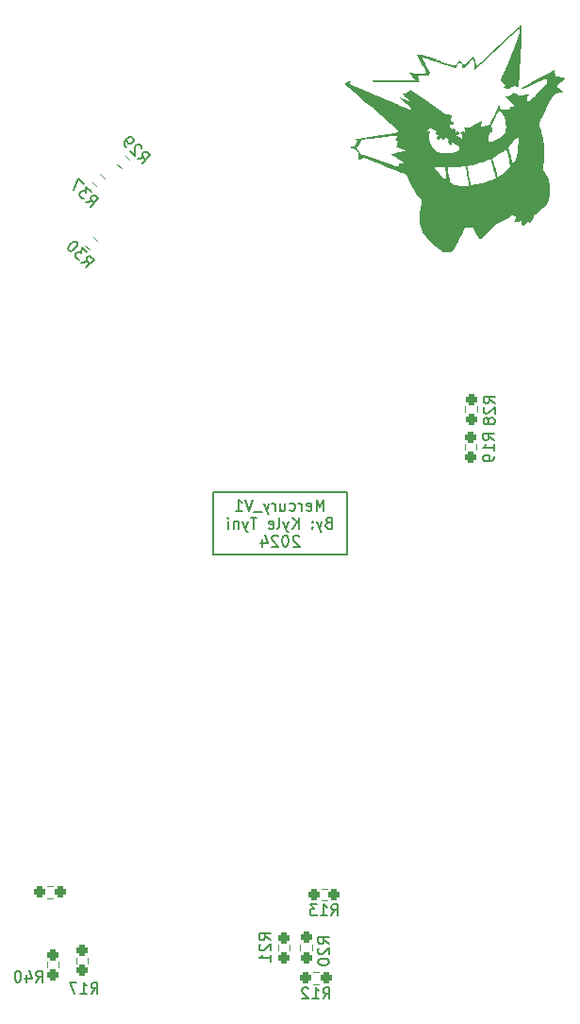
<source format=gbo>
%TF.GenerationSoftware,KiCad,Pcbnew,7.0.9*%
%TF.CreationDate,2024-01-15T17:26:04-08:00*%
%TF.ProjectId,mercury_2ir,6d657263-7572-4795-9f32-69722e6b6963,rev?*%
%TF.SameCoordinates,Original*%
%TF.FileFunction,Legend,Bot*%
%TF.FilePolarity,Positive*%
%FSLAX46Y46*%
G04 Gerber Fmt 4.6, Leading zero omitted, Abs format (unit mm)*
G04 Created by KiCad (PCBNEW 7.0.9) date 2024-01-15 17:26:04*
%MOMM*%
%LPD*%
G01*
G04 APERTURE LIST*
G04 Aperture macros list*
%AMRoundRect*
0 Rectangle with rounded corners*
0 $1 Rounding radius*
0 $2 $3 $4 $5 $6 $7 $8 $9 X,Y pos of 4 corners*
0 Add a 4 corners polygon primitive as box body*
4,1,4,$2,$3,$4,$5,$6,$7,$8,$9,$2,$3,0*
0 Add four circle primitives for the rounded corners*
1,1,$1+$1,$2,$3*
1,1,$1+$1,$4,$5*
1,1,$1+$1,$6,$7*
1,1,$1+$1,$8,$9*
0 Add four rect primitives between the rounded corners*
20,1,$1+$1,$2,$3,$4,$5,0*
20,1,$1+$1,$4,$5,$6,$7,0*
20,1,$1+$1,$6,$7,$8,$9,0*
20,1,$1+$1,$8,$9,$2,$3,0*%
%AMRotRect*
0 Rectangle, with rotation*
0 The origin of the aperture is its center*
0 $1 length*
0 $2 width*
0 $3 Rotation angle, in degrees counterclockwise*
0 Add horizontal line*
21,1,$1,$2,0,0,$3*%
G04 Aperture macros list end*
%ADD10C,0.150000*%
%ADD11C,0.300000*%
%ADD12C,0.120000*%
%ADD13C,0.700000*%
%ADD14O,0.900000X2.400000*%
%ADD15O,0.900000X1.700000*%
%ADD16R,1.700000X1.700000*%
%ADD17O,1.700000X1.700000*%
%ADD18R,1.600000X1.600000*%
%ADD19C,1.600000*%
%ADD20RoundRect,0.237500X-0.250000X-0.237500X0.250000X-0.237500X0.250000X0.237500X-0.250000X0.237500X0*%
%ADD21C,1.524000*%
%ADD22RotRect,1.600000X1.600000X50.000000*%
%ADD23C,2.184400*%
%ADD24RotRect,1.800000X1.800000X185.000000*%
%ADD25C,1.800000*%
%ADD26RotRect,1.800000X1.800000X175.000000*%
%ADD27RotRect,1.800000X1.800000X135.000000*%
%ADD28RotRect,1.800000X1.800000X45.000000*%
%ADD29RotRect,1.800000X1.800000X315.000000*%
%ADD30RotRect,1.800000X1.800000X355.000000*%
%ADD31RotRect,1.800000X1.800000X225.000000*%
%ADD32RoundRect,0.237500X-0.237500X0.250000X-0.237500X-0.250000X0.237500X-0.250000X0.237500X0.250000X0*%
%ADD33RoundRect,0.237500X0.250000X0.237500X-0.250000X0.237500X-0.250000X-0.237500X0.250000X-0.237500X0*%
%ADD34RoundRect,0.237500X0.237500X-0.250000X0.237500X0.250000X-0.237500X0.250000X-0.237500X-0.250000X0*%
%ADD35RoundRect,0.237500X0.344715X-0.008839X-0.008839X0.344715X-0.344715X0.008839X0.008839X-0.344715X0*%
%ADD36RoundRect,0.237500X-0.344715X0.008839X0.008839X-0.344715X0.344715X-0.008839X-0.008839X0.344715X0*%
G04 APERTURE END LIST*
D10*
X121000000Y-112000000D02*
X133000000Y-112000000D01*
X133000000Y-117625000D01*
X121000000Y-117625000D01*
X121000000Y-112000000D01*
X130928571Y-113649819D02*
X130928571Y-112649819D01*
X130928571Y-112649819D02*
X130595238Y-113364104D01*
X130595238Y-113364104D02*
X130261905Y-112649819D01*
X130261905Y-112649819D02*
X130261905Y-113649819D01*
X129404762Y-113602200D02*
X129500000Y-113649819D01*
X129500000Y-113649819D02*
X129690476Y-113649819D01*
X129690476Y-113649819D02*
X129785714Y-113602200D01*
X129785714Y-113602200D02*
X129833333Y-113506961D01*
X129833333Y-113506961D02*
X129833333Y-113126009D01*
X129833333Y-113126009D02*
X129785714Y-113030771D01*
X129785714Y-113030771D02*
X129690476Y-112983152D01*
X129690476Y-112983152D02*
X129500000Y-112983152D01*
X129500000Y-112983152D02*
X129404762Y-113030771D01*
X129404762Y-113030771D02*
X129357143Y-113126009D01*
X129357143Y-113126009D02*
X129357143Y-113221247D01*
X129357143Y-113221247D02*
X129833333Y-113316485D01*
X128928571Y-113649819D02*
X128928571Y-112983152D01*
X128928571Y-113173628D02*
X128880952Y-113078390D01*
X128880952Y-113078390D02*
X128833333Y-113030771D01*
X128833333Y-113030771D02*
X128738095Y-112983152D01*
X128738095Y-112983152D02*
X128642857Y-112983152D01*
X127880952Y-113602200D02*
X127976190Y-113649819D01*
X127976190Y-113649819D02*
X128166666Y-113649819D01*
X128166666Y-113649819D02*
X128261904Y-113602200D01*
X128261904Y-113602200D02*
X128309523Y-113554580D01*
X128309523Y-113554580D02*
X128357142Y-113459342D01*
X128357142Y-113459342D02*
X128357142Y-113173628D01*
X128357142Y-113173628D02*
X128309523Y-113078390D01*
X128309523Y-113078390D02*
X128261904Y-113030771D01*
X128261904Y-113030771D02*
X128166666Y-112983152D01*
X128166666Y-112983152D02*
X127976190Y-112983152D01*
X127976190Y-112983152D02*
X127880952Y-113030771D01*
X127023809Y-112983152D02*
X127023809Y-113649819D01*
X127452380Y-112983152D02*
X127452380Y-113506961D01*
X127452380Y-113506961D02*
X127404761Y-113602200D01*
X127404761Y-113602200D02*
X127309523Y-113649819D01*
X127309523Y-113649819D02*
X127166666Y-113649819D01*
X127166666Y-113649819D02*
X127071428Y-113602200D01*
X127071428Y-113602200D02*
X127023809Y-113554580D01*
X126547618Y-113649819D02*
X126547618Y-112983152D01*
X126547618Y-113173628D02*
X126499999Y-113078390D01*
X126499999Y-113078390D02*
X126452380Y-113030771D01*
X126452380Y-113030771D02*
X126357142Y-112983152D01*
X126357142Y-112983152D02*
X126261904Y-112983152D01*
X126023808Y-112983152D02*
X125785713Y-113649819D01*
X125547618Y-112983152D02*
X125785713Y-113649819D01*
X125785713Y-113649819D02*
X125880951Y-113887914D01*
X125880951Y-113887914D02*
X125928570Y-113935533D01*
X125928570Y-113935533D02*
X126023808Y-113983152D01*
X125404761Y-113745057D02*
X124642856Y-113745057D01*
X124547617Y-112649819D02*
X124214284Y-113649819D01*
X124214284Y-113649819D02*
X123880951Y-112649819D01*
X123023808Y-113649819D02*
X123595236Y-113649819D01*
X123309522Y-113649819D02*
X123309522Y-112649819D01*
X123309522Y-112649819D02*
X123404760Y-112792676D01*
X123404760Y-112792676D02*
X123499998Y-112887914D01*
X123499998Y-112887914D02*
X123595236Y-112935533D01*
X131333333Y-114736009D02*
X131190476Y-114783628D01*
X131190476Y-114783628D02*
X131142857Y-114831247D01*
X131142857Y-114831247D02*
X131095238Y-114926485D01*
X131095238Y-114926485D02*
X131095238Y-115069342D01*
X131095238Y-115069342D02*
X131142857Y-115164580D01*
X131142857Y-115164580D02*
X131190476Y-115212200D01*
X131190476Y-115212200D02*
X131285714Y-115259819D01*
X131285714Y-115259819D02*
X131666666Y-115259819D01*
X131666666Y-115259819D02*
X131666666Y-114259819D01*
X131666666Y-114259819D02*
X131333333Y-114259819D01*
X131333333Y-114259819D02*
X131238095Y-114307438D01*
X131238095Y-114307438D02*
X131190476Y-114355057D01*
X131190476Y-114355057D02*
X131142857Y-114450295D01*
X131142857Y-114450295D02*
X131142857Y-114545533D01*
X131142857Y-114545533D02*
X131190476Y-114640771D01*
X131190476Y-114640771D02*
X131238095Y-114688390D01*
X131238095Y-114688390D02*
X131333333Y-114736009D01*
X131333333Y-114736009D02*
X131666666Y-114736009D01*
X130761904Y-114593152D02*
X130523809Y-115259819D01*
X130285714Y-114593152D02*
X130523809Y-115259819D01*
X130523809Y-115259819D02*
X130619047Y-115497914D01*
X130619047Y-115497914D02*
X130666666Y-115545533D01*
X130666666Y-115545533D02*
X130761904Y-115593152D01*
X129904761Y-115164580D02*
X129857142Y-115212200D01*
X129857142Y-115212200D02*
X129904761Y-115259819D01*
X129904761Y-115259819D02*
X129952380Y-115212200D01*
X129952380Y-115212200D02*
X129904761Y-115164580D01*
X129904761Y-115164580D02*
X129904761Y-115259819D01*
X129904761Y-114640771D02*
X129857142Y-114688390D01*
X129857142Y-114688390D02*
X129904761Y-114736009D01*
X129904761Y-114736009D02*
X129952380Y-114688390D01*
X129952380Y-114688390D02*
X129904761Y-114640771D01*
X129904761Y-114640771D02*
X129904761Y-114736009D01*
X128666666Y-115259819D02*
X128666666Y-114259819D01*
X128095238Y-115259819D02*
X128523809Y-114688390D01*
X128095238Y-114259819D02*
X128666666Y-114831247D01*
X127761904Y-114593152D02*
X127523809Y-115259819D01*
X127285714Y-114593152D02*
X127523809Y-115259819D01*
X127523809Y-115259819D02*
X127619047Y-115497914D01*
X127619047Y-115497914D02*
X127666666Y-115545533D01*
X127666666Y-115545533D02*
X127761904Y-115593152D01*
X126761904Y-115259819D02*
X126857142Y-115212200D01*
X126857142Y-115212200D02*
X126904761Y-115116961D01*
X126904761Y-115116961D02*
X126904761Y-114259819D01*
X125999999Y-115212200D02*
X126095237Y-115259819D01*
X126095237Y-115259819D02*
X126285713Y-115259819D01*
X126285713Y-115259819D02*
X126380951Y-115212200D01*
X126380951Y-115212200D02*
X126428570Y-115116961D01*
X126428570Y-115116961D02*
X126428570Y-114736009D01*
X126428570Y-114736009D02*
X126380951Y-114640771D01*
X126380951Y-114640771D02*
X126285713Y-114593152D01*
X126285713Y-114593152D02*
X126095237Y-114593152D01*
X126095237Y-114593152D02*
X125999999Y-114640771D01*
X125999999Y-114640771D02*
X125952380Y-114736009D01*
X125952380Y-114736009D02*
X125952380Y-114831247D01*
X125952380Y-114831247D02*
X126428570Y-114926485D01*
X124904760Y-114259819D02*
X124333332Y-114259819D01*
X124619046Y-115259819D02*
X124619046Y-114259819D01*
X124095236Y-114593152D02*
X123857141Y-115259819D01*
X123619046Y-114593152D02*
X123857141Y-115259819D01*
X123857141Y-115259819D02*
X123952379Y-115497914D01*
X123952379Y-115497914D02*
X123999998Y-115545533D01*
X123999998Y-115545533D02*
X124095236Y-115593152D01*
X123238093Y-114593152D02*
X123238093Y-115259819D01*
X123238093Y-114688390D02*
X123190474Y-114640771D01*
X123190474Y-114640771D02*
X123095236Y-114593152D01*
X123095236Y-114593152D02*
X122952379Y-114593152D01*
X122952379Y-114593152D02*
X122857141Y-114640771D01*
X122857141Y-114640771D02*
X122809522Y-114736009D01*
X122809522Y-114736009D02*
X122809522Y-115259819D01*
X122333331Y-115259819D02*
X122333331Y-114593152D01*
X122333331Y-114259819D02*
X122380950Y-114307438D01*
X122380950Y-114307438D02*
X122333331Y-114355057D01*
X122333331Y-114355057D02*
X122285712Y-114307438D01*
X122285712Y-114307438D02*
X122333331Y-114259819D01*
X122333331Y-114259819D02*
X122333331Y-114355057D01*
X128714285Y-115965057D02*
X128666666Y-115917438D01*
X128666666Y-115917438D02*
X128571428Y-115869819D01*
X128571428Y-115869819D02*
X128333333Y-115869819D01*
X128333333Y-115869819D02*
X128238095Y-115917438D01*
X128238095Y-115917438D02*
X128190476Y-115965057D01*
X128190476Y-115965057D02*
X128142857Y-116060295D01*
X128142857Y-116060295D02*
X128142857Y-116155533D01*
X128142857Y-116155533D02*
X128190476Y-116298390D01*
X128190476Y-116298390D02*
X128761904Y-116869819D01*
X128761904Y-116869819D02*
X128142857Y-116869819D01*
X127523809Y-115869819D02*
X127428571Y-115869819D01*
X127428571Y-115869819D02*
X127333333Y-115917438D01*
X127333333Y-115917438D02*
X127285714Y-115965057D01*
X127285714Y-115965057D02*
X127238095Y-116060295D01*
X127238095Y-116060295D02*
X127190476Y-116250771D01*
X127190476Y-116250771D02*
X127190476Y-116488866D01*
X127190476Y-116488866D02*
X127238095Y-116679342D01*
X127238095Y-116679342D02*
X127285714Y-116774580D01*
X127285714Y-116774580D02*
X127333333Y-116822200D01*
X127333333Y-116822200D02*
X127428571Y-116869819D01*
X127428571Y-116869819D02*
X127523809Y-116869819D01*
X127523809Y-116869819D02*
X127619047Y-116822200D01*
X127619047Y-116822200D02*
X127666666Y-116774580D01*
X127666666Y-116774580D02*
X127714285Y-116679342D01*
X127714285Y-116679342D02*
X127761904Y-116488866D01*
X127761904Y-116488866D02*
X127761904Y-116250771D01*
X127761904Y-116250771D02*
X127714285Y-116060295D01*
X127714285Y-116060295D02*
X127666666Y-115965057D01*
X127666666Y-115965057D02*
X127619047Y-115917438D01*
X127619047Y-115917438D02*
X127523809Y-115869819D01*
X126809523Y-115965057D02*
X126761904Y-115917438D01*
X126761904Y-115917438D02*
X126666666Y-115869819D01*
X126666666Y-115869819D02*
X126428571Y-115869819D01*
X126428571Y-115869819D02*
X126333333Y-115917438D01*
X126333333Y-115917438D02*
X126285714Y-115965057D01*
X126285714Y-115965057D02*
X126238095Y-116060295D01*
X126238095Y-116060295D02*
X126238095Y-116155533D01*
X126238095Y-116155533D02*
X126285714Y-116298390D01*
X126285714Y-116298390D02*
X126857142Y-116869819D01*
X126857142Y-116869819D02*
X126238095Y-116869819D01*
X125380952Y-116203152D02*
X125380952Y-116869819D01*
X125619047Y-115822200D02*
X125857142Y-116536485D01*
X125857142Y-116536485D02*
X125238095Y-116536485D01*
D11*
X144671427Y-79679757D02*
X144814285Y-79608328D01*
X144814285Y-79608328D02*
X145028570Y-79608328D01*
X145028570Y-79608328D02*
X145242856Y-79679757D01*
X145242856Y-79679757D02*
X145385713Y-79822614D01*
X145385713Y-79822614D02*
X145457142Y-79965471D01*
X145457142Y-79965471D02*
X145528570Y-80251185D01*
X145528570Y-80251185D02*
X145528570Y-80465471D01*
X145528570Y-80465471D02*
X145457142Y-80751185D01*
X145457142Y-80751185D02*
X145385713Y-80894042D01*
X145385713Y-80894042D02*
X145242856Y-81036900D01*
X145242856Y-81036900D02*
X145028570Y-81108328D01*
X145028570Y-81108328D02*
X144885713Y-81108328D01*
X144885713Y-81108328D02*
X144671427Y-81036900D01*
X144671427Y-81036900D02*
X144599999Y-80965471D01*
X144599999Y-80965471D02*
X144599999Y-80465471D01*
X144599999Y-80465471D02*
X144885713Y-80465471D01*
X143742856Y-79608328D02*
X143742856Y-79965471D01*
X144099999Y-79822614D02*
X143742856Y-79965471D01*
X143742856Y-79965471D02*
X143385713Y-79822614D01*
X143957142Y-80251185D02*
X143742856Y-79965471D01*
X143742856Y-79965471D02*
X143528570Y-80251185D01*
X142599999Y-79608328D02*
X142599999Y-79965471D01*
X142957142Y-79822614D02*
X142599999Y-79965471D01*
X142599999Y-79965471D02*
X142242856Y-79822614D01*
X142814285Y-80251185D02*
X142599999Y-79965471D01*
X142599999Y-79965471D02*
X142385713Y-80251185D01*
X141457142Y-79608328D02*
X141457142Y-79965471D01*
X141814285Y-79822614D02*
X141457142Y-79965471D01*
X141457142Y-79965471D02*
X141099999Y-79822614D01*
X141671428Y-80251185D02*
X141457142Y-79965471D01*
X141457142Y-79965471D02*
X141242856Y-80251185D01*
D10*
X131592857Y-149934819D02*
X131926190Y-149458628D01*
X132164285Y-149934819D02*
X132164285Y-148934819D01*
X132164285Y-148934819D02*
X131783333Y-148934819D01*
X131783333Y-148934819D02*
X131688095Y-148982438D01*
X131688095Y-148982438D02*
X131640476Y-149030057D01*
X131640476Y-149030057D02*
X131592857Y-149125295D01*
X131592857Y-149125295D02*
X131592857Y-149268152D01*
X131592857Y-149268152D02*
X131640476Y-149363390D01*
X131640476Y-149363390D02*
X131688095Y-149411009D01*
X131688095Y-149411009D02*
X131783333Y-149458628D01*
X131783333Y-149458628D02*
X132164285Y-149458628D01*
X130640476Y-149934819D02*
X131211904Y-149934819D01*
X130926190Y-149934819D02*
X130926190Y-148934819D01*
X130926190Y-148934819D02*
X131021428Y-149077676D01*
X131021428Y-149077676D02*
X131116666Y-149172914D01*
X131116666Y-149172914D02*
X131211904Y-149220533D01*
X130307142Y-148934819D02*
X129688095Y-148934819D01*
X129688095Y-148934819D02*
X130021428Y-149315771D01*
X130021428Y-149315771D02*
X129878571Y-149315771D01*
X129878571Y-149315771D02*
X129783333Y-149363390D01*
X129783333Y-149363390D02*
X129735714Y-149411009D01*
X129735714Y-149411009D02*
X129688095Y-149506247D01*
X129688095Y-149506247D02*
X129688095Y-149744342D01*
X129688095Y-149744342D02*
X129735714Y-149839580D01*
X129735714Y-149839580D02*
X129783333Y-149887200D01*
X129783333Y-149887200D02*
X129878571Y-149934819D01*
X129878571Y-149934819D02*
X130164285Y-149934819D01*
X130164285Y-149934819D02*
X130259523Y-149887200D01*
X130259523Y-149887200D02*
X130307142Y-149839580D01*
X126114819Y-152147142D02*
X125638628Y-151813809D01*
X126114819Y-151575714D02*
X125114819Y-151575714D01*
X125114819Y-151575714D02*
X125114819Y-151956666D01*
X125114819Y-151956666D02*
X125162438Y-152051904D01*
X125162438Y-152051904D02*
X125210057Y-152099523D01*
X125210057Y-152099523D02*
X125305295Y-152147142D01*
X125305295Y-152147142D02*
X125448152Y-152147142D01*
X125448152Y-152147142D02*
X125543390Y-152099523D01*
X125543390Y-152099523D02*
X125591009Y-152051904D01*
X125591009Y-152051904D02*
X125638628Y-151956666D01*
X125638628Y-151956666D02*
X125638628Y-151575714D01*
X125210057Y-152528095D02*
X125162438Y-152575714D01*
X125162438Y-152575714D02*
X125114819Y-152670952D01*
X125114819Y-152670952D02*
X125114819Y-152909047D01*
X125114819Y-152909047D02*
X125162438Y-153004285D01*
X125162438Y-153004285D02*
X125210057Y-153051904D01*
X125210057Y-153051904D02*
X125305295Y-153099523D01*
X125305295Y-153099523D02*
X125400533Y-153099523D01*
X125400533Y-153099523D02*
X125543390Y-153051904D01*
X125543390Y-153051904D02*
X126114819Y-152480476D01*
X126114819Y-152480476D02*
X126114819Y-153099523D01*
X126114819Y-154051904D02*
X126114819Y-153480476D01*
X126114819Y-153766190D02*
X125114819Y-153766190D01*
X125114819Y-153766190D02*
X125257676Y-153670952D01*
X125257676Y-153670952D02*
X125352914Y-153575714D01*
X125352914Y-153575714D02*
X125400533Y-153480476D01*
X146274819Y-104017142D02*
X145798628Y-103683809D01*
X146274819Y-103445714D02*
X145274819Y-103445714D01*
X145274819Y-103445714D02*
X145274819Y-103826666D01*
X145274819Y-103826666D02*
X145322438Y-103921904D01*
X145322438Y-103921904D02*
X145370057Y-103969523D01*
X145370057Y-103969523D02*
X145465295Y-104017142D01*
X145465295Y-104017142D02*
X145608152Y-104017142D01*
X145608152Y-104017142D02*
X145703390Y-103969523D01*
X145703390Y-103969523D02*
X145751009Y-103921904D01*
X145751009Y-103921904D02*
X145798628Y-103826666D01*
X145798628Y-103826666D02*
X145798628Y-103445714D01*
X145370057Y-104398095D02*
X145322438Y-104445714D01*
X145322438Y-104445714D02*
X145274819Y-104540952D01*
X145274819Y-104540952D02*
X145274819Y-104779047D01*
X145274819Y-104779047D02*
X145322438Y-104874285D01*
X145322438Y-104874285D02*
X145370057Y-104921904D01*
X145370057Y-104921904D02*
X145465295Y-104969523D01*
X145465295Y-104969523D02*
X145560533Y-104969523D01*
X145560533Y-104969523D02*
X145703390Y-104921904D01*
X145703390Y-104921904D02*
X146274819Y-104350476D01*
X146274819Y-104350476D02*
X146274819Y-104969523D01*
X145703390Y-105540952D02*
X145655771Y-105445714D01*
X145655771Y-105445714D02*
X145608152Y-105398095D01*
X145608152Y-105398095D02*
X145512914Y-105350476D01*
X145512914Y-105350476D02*
X145465295Y-105350476D01*
X145465295Y-105350476D02*
X145370057Y-105398095D01*
X145370057Y-105398095D02*
X145322438Y-105445714D01*
X145322438Y-105445714D02*
X145274819Y-105540952D01*
X145274819Y-105540952D02*
X145274819Y-105731428D01*
X145274819Y-105731428D02*
X145322438Y-105826666D01*
X145322438Y-105826666D02*
X145370057Y-105874285D01*
X145370057Y-105874285D02*
X145465295Y-105921904D01*
X145465295Y-105921904D02*
X145512914Y-105921904D01*
X145512914Y-105921904D02*
X145608152Y-105874285D01*
X145608152Y-105874285D02*
X145655771Y-105826666D01*
X145655771Y-105826666D02*
X145703390Y-105731428D01*
X145703390Y-105731428D02*
X145703390Y-105540952D01*
X145703390Y-105540952D02*
X145751009Y-105445714D01*
X145751009Y-105445714D02*
X145798628Y-105398095D01*
X145798628Y-105398095D02*
X145893866Y-105350476D01*
X145893866Y-105350476D02*
X146084342Y-105350476D01*
X146084342Y-105350476D02*
X146179580Y-105398095D01*
X146179580Y-105398095D02*
X146227200Y-105445714D01*
X146227200Y-105445714D02*
X146274819Y-105540952D01*
X146274819Y-105540952D02*
X146274819Y-105731428D01*
X146274819Y-105731428D02*
X146227200Y-105826666D01*
X146227200Y-105826666D02*
X146179580Y-105874285D01*
X146179580Y-105874285D02*
X146084342Y-105921904D01*
X146084342Y-105921904D02*
X145893866Y-105921904D01*
X145893866Y-105921904D02*
X145798628Y-105874285D01*
X145798628Y-105874285D02*
X145751009Y-105826666D01*
X145751009Y-105826666D02*
X145703390Y-105731428D01*
X130852857Y-157404819D02*
X131186190Y-156928628D01*
X131424285Y-157404819D02*
X131424285Y-156404819D01*
X131424285Y-156404819D02*
X131043333Y-156404819D01*
X131043333Y-156404819D02*
X130948095Y-156452438D01*
X130948095Y-156452438D02*
X130900476Y-156500057D01*
X130900476Y-156500057D02*
X130852857Y-156595295D01*
X130852857Y-156595295D02*
X130852857Y-156738152D01*
X130852857Y-156738152D02*
X130900476Y-156833390D01*
X130900476Y-156833390D02*
X130948095Y-156881009D01*
X130948095Y-156881009D02*
X131043333Y-156928628D01*
X131043333Y-156928628D02*
X131424285Y-156928628D01*
X129900476Y-157404819D02*
X130471904Y-157404819D01*
X130186190Y-157404819D02*
X130186190Y-156404819D01*
X130186190Y-156404819D02*
X130281428Y-156547676D01*
X130281428Y-156547676D02*
X130376666Y-156642914D01*
X130376666Y-156642914D02*
X130471904Y-156690533D01*
X129519523Y-156500057D02*
X129471904Y-156452438D01*
X129471904Y-156452438D02*
X129376666Y-156404819D01*
X129376666Y-156404819D02*
X129138571Y-156404819D01*
X129138571Y-156404819D02*
X129043333Y-156452438D01*
X129043333Y-156452438D02*
X128995714Y-156500057D01*
X128995714Y-156500057D02*
X128948095Y-156595295D01*
X128948095Y-156595295D02*
X128948095Y-156690533D01*
X128948095Y-156690533D02*
X128995714Y-156833390D01*
X128995714Y-156833390D02*
X129567142Y-157404819D01*
X129567142Y-157404819D02*
X128948095Y-157404819D01*
X146214819Y-107327142D02*
X145738628Y-106993809D01*
X146214819Y-106755714D02*
X145214819Y-106755714D01*
X145214819Y-106755714D02*
X145214819Y-107136666D01*
X145214819Y-107136666D02*
X145262438Y-107231904D01*
X145262438Y-107231904D02*
X145310057Y-107279523D01*
X145310057Y-107279523D02*
X145405295Y-107327142D01*
X145405295Y-107327142D02*
X145548152Y-107327142D01*
X145548152Y-107327142D02*
X145643390Y-107279523D01*
X145643390Y-107279523D02*
X145691009Y-107231904D01*
X145691009Y-107231904D02*
X145738628Y-107136666D01*
X145738628Y-107136666D02*
X145738628Y-106755714D01*
X146214819Y-108279523D02*
X146214819Y-107708095D01*
X146214819Y-107993809D02*
X145214819Y-107993809D01*
X145214819Y-107993809D02*
X145357676Y-107898571D01*
X145357676Y-107898571D02*
X145452914Y-107803333D01*
X145452914Y-107803333D02*
X145500533Y-107708095D01*
X146214819Y-108755714D02*
X146214819Y-108946190D01*
X146214819Y-108946190D02*
X146167200Y-109041428D01*
X146167200Y-109041428D02*
X146119580Y-109089047D01*
X146119580Y-109089047D02*
X145976723Y-109184285D01*
X145976723Y-109184285D02*
X145786247Y-109231904D01*
X145786247Y-109231904D02*
X145405295Y-109231904D01*
X145405295Y-109231904D02*
X145310057Y-109184285D01*
X145310057Y-109184285D02*
X145262438Y-109136666D01*
X145262438Y-109136666D02*
X145214819Y-109041428D01*
X145214819Y-109041428D02*
X145214819Y-108850952D01*
X145214819Y-108850952D02*
X145262438Y-108755714D01*
X145262438Y-108755714D02*
X145310057Y-108708095D01*
X145310057Y-108708095D02*
X145405295Y-108660476D01*
X145405295Y-108660476D02*
X145643390Y-108660476D01*
X145643390Y-108660476D02*
X145738628Y-108708095D01*
X145738628Y-108708095D02*
X145786247Y-108755714D01*
X145786247Y-108755714D02*
X145833866Y-108850952D01*
X145833866Y-108850952D02*
X145833866Y-109041428D01*
X145833866Y-109041428D02*
X145786247Y-109136666D01*
X145786247Y-109136666D02*
X145738628Y-109184285D01*
X145738628Y-109184285D02*
X145643390Y-109231904D01*
X114192963Y-82096174D02*
X114765382Y-81995159D01*
X114597024Y-82500235D02*
X115304130Y-81793128D01*
X115304130Y-81793128D02*
X115034756Y-81523754D01*
X115034756Y-81523754D02*
X114933741Y-81490082D01*
X114933741Y-81490082D02*
X114866398Y-81490082D01*
X114866398Y-81490082D02*
X114765382Y-81523754D01*
X114765382Y-81523754D02*
X114664367Y-81624769D01*
X114664367Y-81624769D02*
X114630695Y-81725785D01*
X114630695Y-81725785D02*
X114630695Y-81793128D01*
X114630695Y-81793128D02*
X114664367Y-81894143D01*
X114664367Y-81894143D02*
X114933741Y-82163517D01*
X114563352Y-81187037D02*
X114563352Y-81119693D01*
X114563352Y-81119693D02*
X114529680Y-81018678D01*
X114529680Y-81018678D02*
X114361321Y-80850319D01*
X114361321Y-80850319D02*
X114260306Y-80816647D01*
X114260306Y-80816647D02*
X114192963Y-80816647D01*
X114192963Y-80816647D02*
X114091947Y-80850319D01*
X114091947Y-80850319D02*
X114024604Y-80917663D01*
X114024604Y-80917663D02*
X113957260Y-81052350D01*
X113957260Y-81052350D02*
X113957260Y-81860472D01*
X113957260Y-81860472D02*
X113519528Y-81422739D01*
X113182810Y-81086021D02*
X113048123Y-80951334D01*
X113048123Y-80951334D02*
X113014451Y-80850319D01*
X113014451Y-80850319D02*
X113014451Y-80782975D01*
X113014451Y-80782975D02*
X113048123Y-80614617D01*
X113048123Y-80614617D02*
X113149138Y-80446258D01*
X113149138Y-80446258D02*
X113418512Y-80176884D01*
X113418512Y-80176884D02*
X113519527Y-80143212D01*
X113519527Y-80143212D02*
X113586871Y-80143212D01*
X113586871Y-80143212D02*
X113687886Y-80176884D01*
X113687886Y-80176884D02*
X113822573Y-80311571D01*
X113822573Y-80311571D02*
X113856245Y-80412586D01*
X113856245Y-80412586D02*
X113856245Y-80479930D01*
X113856245Y-80479930D02*
X113822573Y-80580945D01*
X113822573Y-80580945D02*
X113654214Y-80749304D01*
X113654214Y-80749304D02*
X113553199Y-80782975D01*
X113553199Y-80782975D02*
X113485856Y-80782975D01*
X113485856Y-80782975D02*
X113384840Y-80749304D01*
X113384840Y-80749304D02*
X113250153Y-80614617D01*
X113250153Y-80614617D02*
X113216482Y-80513601D01*
X113216482Y-80513601D02*
X113216482Y-80446258D01*
X113216482Y-80446258D02*
X113250153Y-80345243D01*
X109557963Y-85996173D02*
X110130382Y-85895158D01*
X109962024Y-86400234D02*
X110669130Y-85693127D01*
X110669130Y-85693127D02*
X110399756Y-85423753D01*
X110399756Y-85423753D02*
X110298741Y-85390081D01*
X110298741Y-85390081D02*
X110231398Y-85390081D01*
X110231398Y-85390081D02*
X110130382Y-85423753D01*
X110130382Y-85423753D02*
X110029367Y-85524768D01*
X110029367Y-85524768D02*
X109995695Y-85625784D01*
X109995695Y-85625784D02*
X109995695Y-85693127D01*
X109995695Y-85693127D02*
X110029367Y-85794142D01*
X110029367Y-85794142D02*
X110298741Y-86063516D01*
X110029367Y-85053364D02*
X109591634Y-84615631D01*
X109591634Y-84615631D02*
X109557963Y-85120707D01*
X109557963Y-85120707D02*
X109456947Y-85019692D01*
X109456947Y-85019692D02*
X109355932Y-84986020D01*
X109355932Y-84986020D02*
X109288589Y-84986020D01*
X109288589Y-84986020D02*
X109187573Y-85019692D01*
X109187573Y-85019692D02*
X109019215Y-85188051D01*
X109019215Y-85188051D02*
X108985543Y-85289066D01*
X108985543Y-85289066D02*
X108985543Y-85356410D01*
X108985543Y-85356410D02*
X109019215Y-85457425D01*
X109019215Y-85457425D02*
X109221245Y-85659455D01*
X109221245Y-85659455D02*
X109322260Y-85693127D01*
X109322260Y-85693127D02*
X109389604Y-85693127D01*
X109355932Y-84379929D02*
X108884527Y-83908524D01*
X108884527Y-83908524D02*
X108480466Y-84918677D01*
X109171800Y-91462337D02*
X109744219Y-91361322D01*
X109575861Y-91866398D02*
X110282967Y-91159291D01*
X110282967Y-91159291D02*
X110013593Y-90889917D01*
X110013593Y-90889917D02*
X109912578Y-90856245D01*
X109912578Y-90856245D02*
X109845235Y-90856245D01*
X109845235Y-90856245D02*
X109744219Y-90889917D01*
X109744219Y-90889917D02*
X109643204Y-90990932D01*
X109643204Y-90990932D02*
X109609532Y-91091948D01*
X109609532Y-91091948D02*
X109609532Y-91159291D01*
X109609532Y-91159291D02*
X109643204Y-91260306D01*
X109643204Y-91260306D02*
X109912578Y-91529680D01*
X109643204Y-90519528D02*
X109205471Y-90081795D01*
X109205471Y-90081795D02*
X109171800Y-90586871D01*
X109171800Y-90586871D02*
X109070784Y-90485856D01*
X109070784Y-90485856D02*
X108969769Y-90452184D01*
X108969769Y-90452184D02*
X108902426Y-90452184D01*
X108902426Y-90452184D02*
X108801410Y-90485856D01*
X108801410Y-90485856D02*
X108633052Y-90654215D01*
X108633052Y-90654215D02*
X108599380Y-90755230D01*
X108599380Y-90755230D02*
X108599380Y-90822574D01*
X108599380Y-90822574D02*
X108633052Y-90923589D01*
X108633052Y-90923589D02*
X108835082Y-91125619D01*
X108835082Y-91125619D02*
X108936097Y-91159291D01*
X108936097Y-91159291D02*
X109003441Y-91159291D01*
X108767738Y-89644062D02*
X108700395Y-89576719D01*
X108700395Y-89576719D02*
X108599380Y-89543047D01*
X108599380Y-89543047D02*
X108532036Y-89543047D01*
X108532036Y-89543047D02*
X108431021Y-89576719D01*
X108431021Y-89576719D02*
X108262662Y-89677734D01*
X108262662Y-89677734D02*
X108094303Y-89846093D01*
X108094303Y-89846093D02*
X107993288Y-90014451D01*
X107993288Y-90014451D02*
X107959616Y-90115467D01*
X107959616Y-90115467D02*
X107959616Y-90182810D01*
X107959616Y-90182810D02*
X107993288Y-90283825D01*
X107993288Y-90283825D02*
X108060632Y-90351169D01*
X108060632Y-90351169D02*
X108161647Y-90384841D01*
X108161647Y-90384841D02*
X108228990Y-90384841D01*
X108228990Y-90384841D02*
X108330006Y-90351169D01*
X108330006Y-90351169D02*
X108498364Y-90250154D01*
X108498364Y-90250154D02*
X108666723Y-90081795D01*
X108666723Y-90081795D02*
X108767738Y-89913436D01*
X108767738Y-89913436D02*
X108801410Y-89812421D01*
X108801410Y-89812421D02*
X108801410Y-89745077D01*
X108801410Y-89745077D02*
X108767738Y-89644062D01*
X110032857Y-156934819D02*
X110366190Y-156458628D01*
X110604285Y-156934819D02*
X110604285Y-155934819D01*
X110604285Y-155934819D02*
X110223333Y-155934819D01*
X110223333Y-155934819D02*
X110128095Y-155982438D01*
X110128095Y-155982438D02*
X110080476Y-156030057D01*
X110080476Y-156030057D02*
X110032857Y-156125295D01*
X110032857Y-156125295D02*
X110032857Y-156268152D01*
X110032857Y-156268152D02*
X110080476Y-156363390D01*
X110080476Y-156363390D02*
X110128095Y-156411009D01*
X110128095Y-156411009D02*
X110223333Y-156458628D01*
X110223333Y-156458628D02*
X110604285Y-156458628D01*
X109080476Y-156934819D02*
X109651904Y-156934819D01*
X109366190Y-156934819D02*
X109366190Y-155934819D01*
X109366190Y-155934819D02*
X109461428Y-156077676D01*
X109461428Y-156077676D02*
X109556666Y-156172914D01*
X109556666Y-156172914D02*
X109651904Y-156220533D01*
X108747142Y-155934819D02*
X108080476Y-155934819D01*
X108080476Y-155934819D02*
X108509047Y-156934819D01*
X105072857Y-155904819D02*
X105406190Y-155428628D01*
X105644285Y-155904819D02*
X105644285Y-154904819D01*
X105644285Y-154904819D02*
X105263333Y-154904819D01*
X105263333Y-154904819D02*
X105168095Y-154952438D01*
X105168095Y-154952438D02*
X105120476Y-155000057D01*
X105120476Y-155000057D02*
X105072857Y-155095295D01*
X105072857Y-155095295D02*
X105072857Y-155238152D01*
X105072857Y-155238152D02*
X105120476Y-155333390D01*
X105120476Y-155333390D02*
X105168095Y-155381009D01*
X105168095Y-155381009D02*
X105263333Y-155428628D01*
X105263333Y-155428628D02*
X105644285Y-155428628D01*
X104215714Y-155238152D02*
X104215714Y-155904819D01*
X104453809Y-154857200D02*
X104691904Y-155571485D01*
X104691904Y-155571485D02*
X104072857Y-155571485D01*
X103501428Y-154904819D02*
X103406190Y-154904819D01*
X103406190Y-154904819D02*
X103310952Y-154952438D01*
X103310952Y-154952438D02*
X103263333Y-155000057D01*
X103263333Y-155000057D02*
X103215714Y-155095295D01*
X103215714Y-155095295D02*
X103168095Y-155285771D01*
X103168095Y-155285771D02*
X103168095Y-155523866D01*
X103168095Y-155523866D02*
X103215714Y-155714342D01*
X103215714Y-155714342D02*
X103263333Y-155809580D01*
X103263333Y-155809580D02*
X103310952Y-155857200D01*
X103310952Y-155857200D02*
X103406190Y-155904819D01*
X103406190Y-155904819D02*
X103501428Y-155904819D01*
X103501428Y-155904819D02*
X103596666Y-155857200D01*
X103596666Y-155857200D02*
X103644285Y-155809580D01*
X103644285Y-155809580D02*
X103691904Y-155714342D01*
X103691904Y-155714342D02*
X103739523Y-155523866D01*
X103739523Y-155523866D02*
X103739523Y-155285771D01*
X103739523Y-155285771D02*
X103691904Y-155095295D01*
X103691904Y-155095295D02*
X103644285Y-155000057D01*
X103644285Y-155000057D02*
X103596666Y-154952438D01*
X103596666Y-154952438D02*
X103501428Y-154904819D01*
X131404819Y-152477142D02*
X130928628Y-152143809D01*
X131404819Y-151905714D02*
X130404819Y-151905714D01*
X130404819Y-151905714D02*
X130404819Y-152286666D01*
X130404819Y-152286666D02*
X130452438Y-152381904D01*
X130452438Y-152381904D02*
X130500057Y-152429523D01*
X130500057Y-152429523D02*
X130595295Y-152477142D01*
X130595295Y-152477142D02*
X130738152Y-152477142D01*
X130738152Y-152477142D02*
X130833390Y-152429523D01*
X130833390Y-152429523D02*
X130881009Y-152381904D01*
X130881009Y-152381904D02*
X130928628Y-152286666D01*
X130928628Y-152286666D02*
X130928628Y-151905714D01*
X130500057Y-152858095D02*
X130452438Y-152905714D01*
X130452438Y-152905714D02*
X130404819Y-153000952D01*
X130404819Y-153000952D02*
X130404819Y-153239047D01*
X130404819Y-153239047D02*
X130452438Y-153334285D01*
X130452438Y-153334285D02*
X130500057Y-153381904D01*
X130500057Y-153381904D02*
X130595295Y-153429523D01*
X130595295Y-153429523D02*
X130690533Y-153429523D01*
X130690533Y-153429523D02*
X130833390Y-153381904D01*
X130833390Y-153381904D02*
X131404819Y-152810476D01*
X131404819Y-152810476D02*
X131404819Y-153429523D01*
X130404819Y-154048571D02*
X130404819Y-154143809D01*
X130404819Y-154143809D02*
X130452438Y-154239047D01*
X130452438Y-154239047D02*
X130500057Y-154286666D01*
X130500057Y-154286666D02*
X130595295Y-154334285D01*
X130595295Y-154334285D02*
X130785771Y-154381904D01*
X130785771Y-154381904D02*
X131023866Y-154381904D01*
X131023866Y-154381904D02*
X131214342Y-154334285D01*
X131214342Y-154334285D02*
X131309580Y-154286666D01*
X131309580Y-154286666D02*
X131357200Y-154239047D01*
X131357200Y-154239047D02*
X131404819Y-154143809D01*
X131404819Y-154143809D02*
X131404819Y-154048571D01*
X131404819Y-154048571D02*
X131357200Y-153953333D01*
X131357200Y-153953333D02*
X131309580Y-153905714D01*
X131309580Y-153905714D02*
X131214342Y-153858095D01*
X131214342Y-153858095D02*
X131023866Y-153810476D01*
X131023866Y-153810476D02*
X130785771Y-153810476D01*
X130785771Y-153810476D02*
X130595295Y-153858095D01*
X130595295Y-153858095D02*
X130500057Y-153905714D01*
X130500057Y-153905714D02*
X130452438Y-153953333D01*
X130452438Y-153953333D02*
X130404819Y-154048571D01*
%TO.C,G\u002A\u002A\u002A*%
G36*
X148670069Y-70184992D02*
G01*
X148687328Y-70250161D01*
X148699994Y-70362152D01*
X148712262Y-70528060D01*
X148713294Y-70568976D01*
X148711772Y-70673921D01*
X148706931Y-70827454D01*
X148699091Y-71024093D01*
X148688574Y-71258356D01*
X148675699Y-71524760D01*
X148660787Y-71817824D01*
X148644159Y-72132066D01*
X148626135Y-72462003D01*
X148607037Y-72802153D01*
X148587183Y-73147036D01*
X148566896Y-73491167D01*
X148546496Y-73829067D01*
X148526302Y-74155251D01*
X148506637Y-74464239D01*
X148487820Y-74750549D01*
X148470172Y-75008697D01*
X148454013Y-75233203D01*
X148439664Y-75418584D01*
X148427447Y-75559359D01*
X148417680Y-75650044D01*
X148410685Y-75685159D01*
X148391255Y-75688409D01*
X148326595Y-75678480D01*
X148236502Y-75653854D01*
X148221083Y-75649129D01*
X148060083Y-75622401D01*
X147906984Y-75634007D01*
X147776999Y-75681004D01*
X147685340Y-75760450D01*
X147678831Y-75769546D01*
X147641476Y-75814660D01*
X147601071Y-75836320D01*
X147538401Y-75839912D01*
X147434251Y-75830820D01*
X147310443Y-75816970D01*
X147194244Y-75799594D01*
X147119266Y-75780122D01*
X147074292Y-75755399D01*
X147048099Y-75722270D01*
X147035889Y-75696462D01*
X147035713Y-75662510D01*
X147074440Y-75639359D01*
X147162856Y-75617130D01*
X147223087Y-75600775D01*
X147244840Y-75576011D01*
X147228176Y-75529480D01*
X147220906Y-75517217D01*
X147173403Y-75454854D01*
X147098870Y-75368978D01*
X147009939Y-75274358D01*
X146825520Y-75085623D01*
X146846247Y-74909267D01*
X146851224Y-74873855D01*
X146869315Y-74794902D01*
X146900973Y-74706534D01*
X146950880Y-74598129D01*
X147023717Y-74459064D01*
X147124167Y-74278717D01*
X147133252Y-74262629D01*
X147200290Y-74140644D01*
X147265488Y-74015088D01*
X147331789Y-73879263D01*
X147402136Y-73726473D01*
X147479474Y-73550021D01*
X147566746Y-73343209D01*
X147666896Y-73099342D01*
X147782868Y-72811721D01*
X147917604Y-72473651D01*
X148453849Y-71122779D01*
X148481230Y-70786558D01*
X148490349Y-70669645D01*
X148498378Y-70554367D01*
X148502765Y-70474786D01*
X148502721Y-70443507D01*
X148500034Y-70442782D01*
X148462180Y-70464610D01*
X148384506Y-70524848D01*
X148270489Y-70620287D01*
X148123609Y-70747716D01*
X147947342Y-70903927D01*
X147745167Y-71085710D01*
X147520562Y-71289855D01*
X147277004Y-71513151D01*
X147017971Y-71752391D01*
X146746943Y-72004364D01*
X146467395Y-72265859D01*
X146182808Y-72533669D01*
X145896657Y-72804582D01*
X145612422Y-73075390D01*
X145333580Y-73342882D01*
X145063610Y-73603850D01*
X144805988Y-73855082D01*
X144412758Y-74240469D01*
X144431237Y-73904248D01*
X144435243Y-73794565D01*
X144430652Y-73589822D01*
X144410170Y-73416952D01*
X144375190Y-73285331D01*
X144327108Y-73204335D01*
X144319651Y-73201065D01*
X144285331Y-73213809D01*
X144225341Y-73258849D01*
X144135910Y-73339501D01*
X144013267Y-73459084D01*
X143853643Y-73620915D01*
X143739934Y-73736793D01*
X143611492Y-73864426D01*
X143517255Y-73952853D01*
X143453182Y-74005612D01*
X143415227Y-74026237D01*
X143399347Y-74018267D01*
X143396551Y-74008068D01*
X143380204Y-73935305D01*
X143362799Y-73843116D01*
X143357987Y-73816774D01*
X143313390Y-73652611D01*
X143252445Y-73525651D01*
X143180610Y-73447736D01*
X143156018Y-73432573D01*
X143127986Y-73424903D01*
X143099507Y-73439324D01*
X143062884Y-73483449D01*
X143010419Y-73564894D01*
X142934416Y-73691273D01*
X142873518Y-73791924D01*
X142809851Y-73893782D01*
X142762611Y-73965479D01*
X142739041Y-73995727D01*
X142717949Y-73992918D01*
X142645496Y-73973291D01*
X142529611Y-73937940D01*
X142378367Y-73889414D01*
X142199835Y-73830261D01*
X142002086Y-73763030D01*
X141954276Y-73746579D01*
X141543137Y-73605098D01*
X141185701Y-73482138D01*
X140878249Y-73376519D01*
X140617061Y-73287061D01*
X140398418Y-73212584D01*
X140218599Y-73151906D01*
X140073885Y-73103849D01*
X139960555Y-73067232D01*
X139874890Y-73040874D01*
X139813170Y-73023596D01*
X139771675Y-73014218D01*
X139746685Y-73011558D01*
X139734480Y-73014437D01*
X139731341Y-73021675D01*
X139733547Y-73032091D01*
X139737379Y-73044506D01*
X139747962Y-73071251D01*
X139784442Y-73149236D01*
X139842466Y-73267093D01*
X139917906Y-73416577D01*
X140006630Y-73589442D01*
X140104510Y-73777445D01*
X140454635Y-74445347D01*
X140402945Y-74553742D01*
X140351255Y-74662137D01*
X140042067Y-74643300D01*
X139988498Y-74640331D01*
X139813757Y-74636974D01*
X139671808Y-74647320D01*
X139541133Y-74672629D01*
X139349386Y-74720794D01*
X139410550Y-74877984D01*
X139432403Y-74932334D01*
X139483796Y-75051259D01*
X139530583Y-75149795D01*
X139589452Y-75264416D01*
X137547767Y-75264416D01*
X135506083Y-75264416D01*
X135418231Y-75172719D01*
X135330380Y-75081022D01*
X137217782Y-75081022D01*
X139105183Y-75081022D01*
X139004607Y-74940973D01*
X139000970Y-74935939D01*
X138927075Y-74840191D01*
X138832135Y-74725278D01*
X138735748Y-74614965D01*
X138567465Y-74429006D01*
X139302692Y-74448446D01*
X139322171Y-74448959D01*
X139554656Y-74454530D01*
X139734210Y-74457374D01*
X139868420Y-74457239D01*
X139964876Y-74453874D01*
X140031166Y-74447026D01*
X140074880Y-74436445D01*
X140103607Y-74421877D01*
X140169294Y-74375868D01*
X140073938Y-74220895D01*
X140059031Y-74196242D01*
X140005169Y-74104557D01*
X139929738Y-73973967D01*
X139838552Y-73814613D01*
X139737424Y-73636639D01*
X139632170Y-73450187D01*
X139285757Y-72834452D01*
X139369323Y-72815144D01*
X139418278Y-72807120D01*
X139520948Y-72797555D01*
X139636282Y-72792444D01*
X139665306Y-72792495D01*
X139714678Y-72795833D01*
X139771899Y-72804748D01*
X139842452Y-72821020D01*
X139931818Y-72846429D01*
X140045481Y-72882756D01*
X140188921Y-72931779D01*
X140367622Y-72995280D01*
X140587065Y-73075037D01*
X140852733Y-73172831D01*
X141170108Y-73290442D01*
X141285158Y-73333197D01*
X141599621Y-73450176D01*
X141863472Y-73547522D01*
X142081963Y-73625892D01*
X142260350Y-73685945D01*
X142403884Y-73728340D01*
X142517818Y-73753735D01*
X142607407Y-73762791D01*
X142677902Y-73756164D01*
X142734558Y-73734515D01*
X142782627Y-73698501D01*
X142827363Y-73648782D01*
X142874019Y-73586015D01*
X142927847Y-73510861D01*
X142959686Y-73467247D01*
X143027281Y-73374967D01*
X143076880Y-73307700D01*
X143099496Y-73277653D01*
X143111656Y-73282509D01*
X143158071Y-73321872D01*
X143229874Y-73391979D01*
X143317697Y-73483971D01*
X143375566Y-73545689D01*
X143455217Y-73628073D01*
X143513016Y-73684587D01*
X143539304Y-73705571D01*
X143563685Y-73684919D01*
X143623007Y-73626361D01*
X143710373Y-73536882D01*
X143818963Y-73423469D01*
X143941953Y-73293113D01*
X144062690Y-73164970D01*
X144172446Y-73049843D01*
X144261369Y-72958006D01*
X144322526Y-72896618D01*
X144348984Y-72872836D01*
X144356533Y-72878145D01*
X144384366Y-72925610D01*
X144424501Y-73011916D01*
X144471011Y-73124825D01*
X144482048Y-73153421D01*
X144535848Y-73312231D01*
X144564260Y-73445974D01*
X144572577Y-73578281D01*
X144572624Y-73771929D01*
X144705420Y-73697708D01*
X144713948Y-73692160D01*
X144769713Y-73647806D01*
X144865231Y-73565936D01*
X144996827Y-73449885D01*
X145160829Y-73302986D01*
X145353561Y-73128574D01*
X145571352Y-72929982D01*
X145810527Y-72710544D01*
X146067411Y-72473595D01*
X146338333Y-72222468D01*
X146619617Y-71960498D01*
X146706043Y-71879856D01*
X146984435Y-71620636D01*
X147251181Y-71373064D01*
X147502621Y-71140492D01*
X147735093Y-70926272D01*
X147944937Y-70733756D01*
X148128493Y-70566297D01*
X148282100Y-70427246D01*
X148402099Y-70319956D01*
X148484828Y-70247780D01*
X148526626Y-70214068D01*
X148548779Y-70199461D01*
X148604989Y-70166738D01*
X148644021Y-70159550D01*
X148670069Y-70184992D01*
G37*
G36*
X150315415Y-79209819D02*
G01*
X150335804Y-79308927D01*
X150367498Y-79436607D01*
X150412324Y-79602929D01*
X150472108Y-79817964D01*
X150530199Y-80031356D01*
X150591197Y-80277214D01*
X150600328Y-80321120D01*
X150638126Y-80502872D01*
X150672075Y-80719900D01*
X150694134Y-80939867D01*
X150705395Y-81174345D01*
X150706946Y-81434903D01*
X150699878Y-81733112D01*
X150685280Y-82080541D01*
X150678036Y-82223713D01*
X150666283Y-82428708D01*
X150654162Y-82612073D01*
X150642395Y-82763944D01*
X150636063Y-82829398D01*
X150631704Y-82874461D01*
X150622811Y-82933760D01*
X150616904Y-82960411D01*
X150614309Y-83006842D01*
X150626295Y-83059417D01*
X150657376Y-83129523D01*
X150712065Y-83228545D01*
X150794875Y-83367872D01*
X150904144Y-83554040D01*
X151022891Y-83776661D01*
X151046373Y-83830026D01*
X151110532Y-83975835D01*
X151171289Y-84165466D01*
X151209381Y-84359461D01*
X151229029Y-84571724D01*
X151234453Y-84816161D01*
X151232280Y-84977224D01*
X151225984Y-85155314D01*
X151216587Y-85315515D01*
X151205112Y-85436211D01*
X151196804Y-85488708D01*
X151156370Y-85654399D01*
X151096665Y-85831096D01*
X151024945Y-86000960D01*
X150948468Y-86146154D01*
X150874491Y-86248838D01*
X150859184Y-86265115D01*
X150751750Y-86373599D01*
X150621458Y-86497846D01*
X150477836Y-86629519D01*
X150330413Y-86760279D01*
X150188718Y-86881790D01*
X150062279Y-86985712D01*
X149960625Y-87063708D01*
X149893284Y-87107440D01*
X149853484Y-87128143D01*
X149786515Y-87170711D01*
X149759567Y-87209456D01*
X149760640Y-87257999D01*
X149763627Y-87276078D01*
X149764239Y-87314299D01*
X149752993Y-87359983D01*
X149725347Y-87424579D01*
X149676762Y-87519534D01*
X149602699Y-87656294D01*
X149559567Y-87734855D01*
X149504243Y-87830536D01*
X149465757Y-87881878D01*
X149436257Y-87894773D01*
X149407887Y-87875116D01*
X149372792Y-87828798D01*
X149369610Y-87824351D01*
X149332640Y-87779856D01*
X149295788Y-87759794D01*
X149250338Y-87767877D01*
X149187574Y-87807816D01*
X149098782Y-87883324D01*
X148975247Y-87998112D01*
X148901475Y-88067966D01*
X148825905Y-88134179D01*
X148778677Y-88155096D01*
X148749016Y-88127385D01*
X148726147Y-88047711D01*
X148699292Y-87912741D01*
X148664831Y-87738804D01*
X148342750Y-87757043D01*
X148020669Y-87775282D01*
X148095643Y-87625325D01*
X148113043Y-87590289D01*
X148168568Y-87469319D01*
X148192752Y-87385825D01*
X148184716Y-87327129D01*
X148143581Y-87280554D01*
X148068469Y-87233419D01*
X148014973Y-87205605D01*
X147928212Y-87168831D01*
X147869174Y-87154428D01*
X147835005Y-87164306D01*
X147763073Y-87206769D01*
X147681989Y-87271349D01*
X147675444Y-87277056D01*
X147601729Y-87331176D01*
X147485991Y-87406176D01*
X147338858Y-87495572D01*
X147170958Y-87592883D01*
X146992921Y-87691625D01*
X146433073Y-87994982D01*
X145712789Y-88667424D01*
X145609072Y-88764130D01*
X145441512Y-88919817D01*
X145291358Y-89058655D01*
X145164051Y-89175652D01*
X145065029Y-89265817D01*
X144999732Y-89324159D01*
X144973599Y-89345689D01*
X144958392Y-89335568D01*
X144911319Y-89286752D01*
X144841977Y-89206436D01*
X144759107Y-89104449D01*
X144743010Y-89084022D01*
X144647152Y-88954954D01*
X144579080Y-88842541D01*
X144525961Y-88722706D01*
X144474959Y-88571372D01*
X144386398Y-88285355D01*
X144196779Y-88285089D01*
X144116141Y-88283672D01*
X143973261Y-88276748D01*
X143850926Y-88266050D01*
X143694692Y-88247277D01*
X143465865Y-88656027D01*
X143429502Y-88721404D01*
X143324170Y-88913996D01*
X143207774Y-89130425D01*
X143092077Y-89348719D01*
X142988843Y-89546911D01*
X142931294Y-89656280D01*
X142833507Y-89833208D01*
X142736429Y-89999391D01*
X142648760Y-90140097D01*
X142579199Y-90240595D01*
X142417750Y-90452144D01*
X142041013Y-90453828D01*
X141664276Y-90455511D01*
X141444984Y-90328530D01*
X141308988Y-90244991D01*
X140999333Y-90022335D01*
X140692297Y-89760386D01*
X140401765Y-89472458D01*
X140141623Y-89171866D01*
X139925757Y-88871921D01*
X139904962Y-88839359D01*
X139814031Y-88692152D01*
X139748230Y-88572110D01*
X139698952Y-88460155D01*
X139657592Y-88337210D01*
X139615545Y-88184196D01*
X139599718Y-88121391D01*
X139554592Y-87906518D01*
X139525921Y-87690982D01*
X139509401Y-87444801D01*
X139507589Y-87402000D01*
X139502784Y-87233796D01*
X139505220Y-87097252D01*
X139516765Y-86969620D01*
X139539285Y-86828151D01*
X139574650Y-86650096D01*
X139580953Y-86620026D01*
X139613175Y-86473266D01*
X139642595Y-86349914D01*
X139666188Y-86262156D01*
X139680926Y-86222178D01*
X139693245Y-86188466D01*
X139708507Y-86108334D01*
X139720688Y-86004197D01*
X139736808Y-85816782D01*
X139523918Y-85606844D01*
X139387308Y-85464923D01*
X139182823Y-85217300D01*
X139000646Y-84945319D01*
X138832912Y-84636727D01*
X138671754Y-84279270D01*
X138608633Y-84126696D01*
X138541387Y-83962397D01*
X138483899Y-83820081D01*
X138440796Y-83711214D01*
X138416704Y-83647259D01*
X138410446Y-83630330D01*
X138372622Y-83555182D01*
X138334785Y-83512597D01*
X138330140Y-83510395D01*
X138277109Y-83489734D01*
X138177727Y-83453550D01*
X138041383Y-83405184D01*
X137877467Y-83347973D01*
X137695367Y-83285255D01*
X137654554Y-83271218D01*
X137328935Y-83155114D01*
X136970538Y-83021102D01*
X136594536Y-82875249D01*
X136524803Y-82847309D01*
X140847266Y-82847309D01*
X140868516Y-82892631D01*
X140919175Y-82966368D01*
X141002306Y-83072599D01*
X141120973Y-83215406D01*
X141278238Y-83398869D01*
X141312873Y-83438763D01*
X141451489Y-83594987D01*
X141560953Y-83711011D01*
X141648154Y-83793453D01*
X141719977Y-83848928D01*
X141783310Y-83884052D01*
X141831622Y-83905278D01*
X141898074Y-83933845D01*
X141926365Y-83945042D01*
X141926466Y-83944614D01*
X141924070Y-83909717D01*
X141916697Y-83827198D01*
X141905512Y-83708838D01*
X141891679Y-83566420D01*
X141876365Y-83411724D01*
X141860733Y-83256534D01*
X141845950Y-83112630D01*
X141841071Y-83066463D01*
X142052173Y-83066463D01*
X142055283Y-83179554D01*
X142069869Y-83298069D01*
X142088073Y-83394381D01*
X142121293Y-83555472D01*
X142158688Y-83724162D01*
X142197042Y-83886939D01*
X142211564Y-83944614D01*
X142233137Y-84030293D01*
X142263758Y-84140709D01*
X142285688Y-84204678D01*
X142318375Y-84250992D01*
X142410223Y-84324873D01*
X142541130Y-84396346D01*
X142698114Y-84458713D01*
X142868190Y-84505273D01*
X142961698Y-84522371D01*
X143126567Y-84544018D01*
X143305279Y-84559742D01*
X143482980Y-84568874D01*
X143644816Y-84570744D01*
X143775935Y-84564685D01*
X143861482Y-84550025D01*
X143899431Y-84535758D01*
X143943321Y-84502228D01*
X143945427Y-84452735D01*
X143937512Y-84412540D01*
X143920222Y-84318674D01*
X143895454Y-84181247D01*
X143864769Y-84008988D01*
X143829730Y-83810627D01*
X143791899Y-83594892D01*
X143756179Y-83391493D01*
X143722081Y-83199403D01*
X143692655Y-83035784D01*
X143669343Y-82908578D01*
X143653586Y-82825726D01*
X143650219Y-82810515D01*
X143791006Y-82810515D01*
X143793442Y-82820439D01*
X143806605Y-82882031D01*
X143828525Y-82989059D01*
X143857314Y-83131943D01*
X143891085Y-83301102D01*
X143927951Y-83486959D01*
X143966025Y-83679931D01*
X144003419Y-83870441D01*
X144038246Y-84048909D01*
X144068619Y-84205754D01*
X144092650Y-84331396D01*
X144108453Y-84416257D01*
X144114140Y-84450757D01*
X144114388Y-84452735D01*
X144114733Y-84455490D01*
X144122011Y-84459975D01*
X144144933Y-84460472D01*
X144192477Y-84456071D01*
X144273622Y-84445867D01*
X144397345Y-84428951D01*
X144572624Y-84404416D01*
X144744443Y-84375666D01*
X144945165Y-84333627D01*
X145159124Y-84281930D01*
X145378225Y-84223153D01*
X145594373Y-84159873D01*
X145799476Y-84094670D01*
X145985437Y-84030120D01*
X146144164Y-83968803D01*
X146267562Y-83913296D01*
X146347536Y-83866178D01*
X146375993Y-83830026D01*
X146371529Y-83805853D01*
X146352581Y-83728031D01*
X146320844Y-83605773D01*
X146278572Y-83447319D01*
X146228016Y-83260907D01*
X146171428Y-83054779D01*
X146111063Y-82837174D01*
X146049171Y-82616332D01*
X145988006Y-82400493D01*
X145929821Y-82197896D01*
X145926596Y-82189768D01*
X145908517Y-82176616D01*
X145869887Y-82178609D01*
X145801825Y-82198048D01*
X145695453Y-82237236D01*
X145541889Y-82298475D01*
X145411354Y-82347654D01*
X145213991Y-82413952D01*
X144988396Y-82483389D01*
X144748873Y-82552029D01*
X144509727Y-82615936D01*
X144285265Y-82671174D01*
X144089791Y-82713808D01*
X143937611Y-82739899D01*
X143922800Y-82741893D01*
X143834452Y-82758397D01*
X143794340Y-82779432D01*
X143791006Y-82810515D01*
X143650219Y-82810515D01*
X143646822Y-82795167D01*
X143635417Y-82795097D01*
X143573857Y-82800397D01*
X143468229Y-82811558D01*
X143328993Y-82827453D01*
X143166607Y-82846955D01*
X143119520Y-82852561D01*
X142919672Y-82873207D01*
X142716123Y-82889972D01*
X142530279Y-82901258D01*
X142383542Y-82905465D01*
X142074244Y-82905812D01*
X142056471Y-83015338D01*
X142052173Y-83066463D01*
X141841071Y-83066463D01*
X141833181Y-82991796D01*
X141823590Y-82905812D01*
X141806467Y-82901505D01*
X141739553Y-82898263D01*
X141633925Y-82898000D01*
X141502318Y-82900910D01*
X141317969Y-82902394D01*
X141152724Y-82890818D01*
X141021989Y-82864136D01*
X140955974Y-82846032D01*
X140882876Y-82829880D01*
X140849901Y-82828214D01*
X140847266Y-82847309D01*
X136524803Y-82847309D01*
X136216105Y-82723622D01*
X135850419Y-82572287D01*
X135512651Y-82427311D01*
X135217976Y-82294762D01*
X135167084Y-82271254D01*
X134963305Y-82180280D01*
X134801519Y-82116032D01*
X134671895Y-82076877D01*
X134564600Y-82061177D01*
X134469804Y-82067299D01*
X134377675Y-82093606D01*
X134278381Y-82138462D01*
X134275652Y-82139839D01*
X134179924Y-82187008D01*
X134107625Y-82220581D01*
X134074217Y-82233369D01*
X134067990Y-82205733D01*
X134062733Y-82128709D01*
X134059112Y-82014227D01*
X134057676Y-81874223D01*
X134057288Y-81515078D01*
X133690889Y-81302548D01*
X133647445Y-81277215D01*
X133520521Y-81201537D01*
X133418001Y-81137915D01*
X133366465Y-81103690D01*
X133874669Y-81103690D01*
X133878621Y-81115691D01*
X133910613Y-81170757D01*
X133967767Y-81255385D01*
X134041670Y-81356820D01*
X134065405Y-81388929D01*
X134149929Y-81511683D01*
X134223610Y-81630463D01*
X134272699Y-81723450D01*
X134336729Y-81868199D01*
X134421593Y-81807770D01*
X134506456Y-81747342D01*
X135802897Y-82204856D01*
X135977923Y-82266636D01*
X136251239Y-82363164D01*
X136510698Y-82454861D01*
X136749001Y-82539144D01*
X136958848Y-82613430D01*
X137132941Y-82675136D01*
X137263981Y-82721678D01*
X137344668Y-82750473D01*
X137356945Y-82754871D01*
X137477812Y-82795732D01*
X137556871Y-82815327D01*
X137607572Y-82815865D01*
X137643361Y-82799556D01*
X137658280Y-82787559D01*
X137681052Y-82744783D01*
X137665262Y-82677780D01*
X137647866Y-82614018D01*
X137649180Y-82570140D01*
X137649322Y-82569921D01*
X137686195Y-82554555D01*
X137766592Y-82538173D01*
X137873355Y-82524285D01*
X137982274Y-82510860D01*
X138070922Y-82495285D01*
X138117986Y-82481169D01*
X138114511Y-82463967D01*
X138065480Y-82420814D01*
X137972263Y-82357380D01*
X137840539Y-82277826D01*
X137827492Y-82270268D01*
X137654001Y-82167645D01*
X137516097Y-82083157D01*
X146014913Y-82083157D01*
X146129858Y-82349298D01*
X146134201Y-82359467D01*
X146187453Y-82497373D01*
X146247279Y-82671501D01*
X146306670Y-82860584D01*
X146358617Y-83043357D01*
X146370670Y-83088632D01*
X146414450Y-83252438D01*
X146454661Y-83401964D01*
X146487277Y-83522273D01*
X146508268Y-83598426D01*
X146544104Y-83725576D01*
X146853551Y-83513940D01*
X146949354Y-83445881D01*
X147115364Y-83319340D01*
X147278616Y-83186138D01*
X147414598Y-83065851D01*
X147666198Y-82829398D01*
X147615248Y-82477894D01*
X147612777Y-82461119D01*
X147581542Y-82278284D01*
X147541990Y-82085806D01*
X147497199Y-81895342D01*
X147450245Y-81718544D01*
X147404204Y-81567068D01*
X147362154Y-81452567D01*
X147327171Y-81386695D01*
X147321681Y-81380068D01*
X147304130Y-81364346D01*
X147280768Y-81358493D01*
X147244948Y-81365611D01*
X147190021Y-81388800D01*
X147109341Y-81431161D01*
X146996258Y-81495795D01*
X146844125Y-81585802D01*
X146646295Y-81704284D01*
X146014913Y-82083157D01*
X137516097Y-82083157D01*
X137485217Y-82064238D01*
X137329155Y-81965318D01*
X137193825Y-81876154D01*
X137087241Y-81802018D01*
X137017415Y-81748179D01*
X136992359Y-81719909D01*
X136994926Y-81716970D01*
X137039206Y-81699038D01*
X137131737Y-81670637D01*
X137263766Y-81634209D01*
X137426542Y-81592199D01*
X137611312Y-81547053D01*
X137663996Y-81534482D01*
X137846094Y-81490533D01*
X138005608Y-81451279D01*
X138133304Y-81419041D01*
X138219953Y-81396139D01*
X138256321Y-81384894D01*
X138261566Y-81379825D01*
X138250501Y-81362387D01*
X138201855Y-81335698D01*
X138110439Y-81297506D01*
X137971062Y-81245559D01*
X137778534Y-81177606D01*
X137658952Y-81134834D01*
X137546535Y-81091898D01*
X137467705Y-81058607D01*
X137434653Y-81039844D01*
X137434053Y-81038458D01*
X137440793Y-80996772D01*
X137467985Y-80917282D01*
X137510260Y-80815889D01*
X137600279Y-80615254D01*
X137474440Y-80507540D01*
X137348600Y-80399826D01*
X137445570Y-80279160D01*
X137489503Y-80223324D01*
X137522024Y-80175870D01*
X137538384Y-80137514D01*
X137534534Y-80108098D01*
X137506426Y-80087462D01*
X137450014Y-80075447D01*
X137361248Y-80071896D01*
X137236081Y-80076648D01*
X137070466Y-80089546D01*
X136860355Y-80110430D01*
X136601699Y-80139142D01*
X136290451Y-80175523D01*
X135922564Y-80219414D01*
X135895193Y-80222690D01*
X135601004Y-80257799D01*
X135324989Y-80290561D01*
X135073222Y-80320268D01*
X134851777Y-80346210D01*
X134666729Y-80367679D01*
X134524152Y-80383965D01*
X134430119Y-80394361D01*
X134390705Y-80398158D01*
X134373221Y-80402484D01*
X134316771Y-80448981D01*
X134253309Y-80536182D01*
X134191237Y-80651289D01*
X134138961Y-80781504D01*
X134126746Y-80815667D01*
X134067040Y-80926432D01*
X133981301Y-81003385D01*
X133956852Y-81020052D01*
X133898148Y-81068978D01*
X133874669Y-81103690D01*
X133366465Y-81103690D01*
X133349464Y-81092400D01*
X133324489Y-81071046D01*
X133325954Y-81068428D01*
X133364187Y-81047888D01*
X133443726Y-81016943D01*
X133550434Y-80981214D01*
X133776378Y-80910354D01*
X133846974Y-80702994D01*
X133917569Y-80495634D01*
X133842630Y-80434522D01*
X133814238Y-80410000D01*
X133790973Y-80376319D01*
X133813538Y-80357400D01*
X133829353Y-80353722D01*
X133900607Y-80340649D01*
X134020780Y-80320200D01*
X134182498Y-80293529D01*
X134378389Y-80261791D01*
X134601081Y-80226142D01*
X134843200Y-80187734D01*
X135097374Y-80147724D01*
X135356230Y-80107265D01*
X135612394Y-80067513D01*
X135858496Y-80029622D01*
X136087160Y-79994746D01*
X136291016Y-79964041D01*
X136462689Y-79938660D01*
X136594808Y-79919759D01*
X136679999Y-79908492D01*
X136710710Y-79904751D01*
X136866090Y-79883888D01*
X137031182Y-79859109D01*
X137194276Y-79832468D01*
X137343661Y-79806021D01*
X137467628Y-79781822D01*
X137554465Y-79761926D01*
X137592463Y-79748387D01*
X137598254Y-79733661D01*
X137581675Y-79689523D01*
X137557348Y-79645319D01*
X137544976Y-79608843D01*
X140225259Y-79608843D01*
X140228264Y-79644222D01*
X140261898Y-79680257D01*
X140265188Y-79683220D01*
X140304104Y-79709949D01*
X140337372Y-79699044D01*
X140385695Y-79644530D01*
X140454328Y-79558880D01*
X140432638Y-79681143D01*
X140427937Y-79705208D01*
X140405781Y-79785571D01*
X140382760Y-79832442D01*
X140381026Y-79834656D01*
X140367633Y-79883625D01*
X140358164Y-79973919D01*
X140354573Y-80087830D01*
X140354819Y-80110590D01*
X140378137Y-80335245D01*
X140434385Y-80574532D01*
X140516382Y-80803554D01*
X140616946Y-80997412D01*
X140701963Y-81109321D01*
X140829506Y-81243240D01*
X140975036Y-81372405D01*
X140984974Y-81379825D01*
X141121166Y-81481506D01*
X141250506Y-81555233D01*
X141251276Y-81555572D01*
X141361012Y-81590221D01*
X141513027Y-81614499D01*
X141716520Y-81629880D01*
X141884236Y-81635215D01*
X142163475Y-81626320D01*
X142413351Y-81590201D01*
X142651785Y-81523730D01*
X142896697Y-81423776D01*
X142899091Y-81422667D01*
X142989463Y-81377662D01*
X143040633Y-81335883D01*
X143069106Y-81276577D01*
X143091388Y-81178993D01*
X143100354Y-81134090D01*
X147449197Y-81134090D01*
X147565102Y-81416281D01*
X147593278Y-81489307D01*
X147652576Y-81666299D01*
X147707816Y-81858216D01*
X147749924Y-82034693D01*
X147772918Y-82147134D01*
X147801302Y-82286640D01*
X147824375Y-82400832D01*
X147838632Y-82472427D01*
X147858424Y-82573941D01*
X148009623Y-82398731D01*
X148053697Y-82344669D01*
X148127690Y-82234607D01*
X148189313Y-82110241D01*
X148240015Y-81964889D01*
X148281246Y-81791867D01*
X148314456Y-81584490D01*
X148341095Y-81336074D01*
X148362614Y-81039935D01*
X148380462Y-80689390D01*
X148381133Y-80673955D01*
X148389368Y-80472370D01*
X148391484Y-80321120D01*
X148383246Y-80219692D01*
X148360419Y-80167572D01*
X148318767Y-80164247D01*
X148254056Y-80209205D01*
X148162051Y-80301930D01*
X148038516Y-80441911D01*
X147879218Y-80628633D01*
X147555913Y-81008653D01*
X147449197Y-81134090D01*
X143100354Y-81134090D01*
X143125401Y-81008653D01*
X142786858Y-80817064D01*
X142448316Y-80625474D01*
X142407882Y-80758571D01*
X142367449Y-80891667D01*
X142270337Y-80831182D01*
X142179516Y-80758086D01*
X142116281Y-80648360D01*
X142110800Y-80582828D01*
X145492471Y-80582828D01*
X145789046Y-80580296D01*
X145838708Y-80579771D01*
X145961079Y-80575855D01*
X146057096Y-80564789D01*
X146147184Y-80541871D01*
X146251769Y-80502399D01*
X146391276Y-80441674D01*
X146415954Y-80430620D01*
X146567865Y-80357529D01*
X146685775Y-80287509D01*
X146790849Y-80206475D01*
X146904256Y-80100342D01*
X147028275Y-79974573D01*
X147127242Y-79862829D01*
X147194040Y-79766280D01*
X147235966Y-79671854D01*
X147260315Y-79566479D01*
X147274380Y-79437080D01*
X147277920Y-79368716D01*
X147278498Y-79208053D01*
X147271754Y-79029050D01*
X147258450Y-78859277D01*
X147247048Y-78753180D01*
X147231001Y-78635505D01*
X147209724Y-78545702D01*
X147176428Y-78464167D01*
X147124328Y-78371302D01*
X147046638Y-78247503D01*
X146962106Y-78115200D01*
X146864863Y-77965486D01*
X146792853Y-77858705D01*
X146742211Y-77789378D01*
X146709075Y-77752026D01*
X146689581Y-77741170D01*
X146673785Y-77762473D01*
X146634506Y-77832164D01*
X146576057Y-77943242D01*
X146502199Y-78088409D01*
X146416692Y-78260368D01*
X146323300Y-78451820D01*
X145980234Y-79161528D01*
X146008661Y-79390770D01*
X146024455Y-79519940D01*
X146034568Y-79622546D01*
X146034090Y-79684029D01*
X146021218Y-79714914D01*
X145994151Y-79725726D01*
X145951086Y-79726991D01*
X145913120Y-79730844D01*
X145873255Y-79750421D01*
X145829670Y-79795141D01*
X145773554Y-79874348D01*
X145696093Y-79997385D01*
X145654745Y-80066079D01*
X145578818Y-80206886D01*
X145533080Y-80321689D01*
X145511128Y-80425303D01*
X145492471Y-80582828D01*
X142110800Y-80582828D01*
X142104718Y-80510098D01*
X142114464Y-80391521D01*
X141486685Y-79972926D01*
X141378448Y-79900984D01*
X141194084Y-79779440D01*
X141020802Y-79666373D01*
X140868509Y-79568195D01*
X140747115Y-79491320D01*
X140666530Y-79442159D01*
X140619637Y-79414999D01*
X140535773Y-79369858D01*
X140481830Y-79351203D01*
X140442036Y-79355237D01*
X140400621Y-79378167D01*
X140393864Y-79382840D01*
X140327072Y-79446622D01*
X140266911Y-79528341D01*
X140253646Y-79551007D01*
X140225259Y-79608843D01*
X137544976Y-79608843D01*
X137531653Y-79569565D01*
X137524939Y-79553772D01*
X137483467Y-79498068D01*
X137404256Y-79413014D01*
X137285903Y-79297318D01*
X137127002Y-79149689D01*
X136926149Y-78968834D01*
X136681939Y-78753461D01*
X136392967Y-78502278D01*
X136057829Y-78213995D01*
X135683495Y-77893166D01*
X135189521Y-77469221D01*
X134742240Y-77084618D01*
X134341620Y-76739328D01*
X133987629Y-76433324D01*
X133680235Y-76166577D01*
X133419405Y-75939058D01*
X133205107Y-75750740D01*
X133037307Y-75601594D01*
X132915974Y-75491592D01*
X132841076Y-75420706D01*
X132812579Y-75388908D01*
X132822260Y-75369817D01*
X132871763Y-75328300D01*
X132948618Y-75276885D01*
X133037191Y-75225167D01*
X133121845Y-75182740D01*
X133186944Y-75159198D01*
X133263111Y-75141502D01*
X133332130Y-75123360D01*
X133363718Y-75118621D01*
X133383790Y-75138147D01*
X133363149Y-75183871D01*
X133304088Y-75245783D01*
X133289603Y-75258904D01*
X133243308Y-75328198D01*
X133256743Y-75393593D01*
X133330488Y-75459771D01*
X133335420Y-75462521D01*
X133388052Y-75487028D01*
X133490993Y-75532452D01*
X133639405Y-75596759D01*
X133828453Y-75677919D01*
X134053303Y-75773901D01*
X134309117Y-75882671D01*
X134591061Y-76002199D01*
X134894298Y-76130453D01*
X135213994Y-76265402D01*
X135545312Y-76405013D01*
X135883417Y-76547255D01*
X136223472Y-76690097D01*
X136560644Y-76831507D01*
X136890095Y-76969452D01*
X137206990Y-77101902D01*
X137506494Y-77226825D01*
X137783770Y-77342188D01*
X138033984Y-77445962D01*
X138252299Y-77536113D01*
X138433880Y-77610610D01*
X138573891Y-77667422D01*
X138667497Y-77704516D01*
X138709861Y-77719862D01*
X138792105Y-77740483D01*
X138745436Y-77603517D01*
X138743859Y-77598956D01*
X138723134Y-77550178D01*
X138692214Y-77500619D01*
X138644864Y-77444015D01*
X138574853Y-77374103D01*
X138475944Y-77284621D01*
X138341905Y-77169307D01*
X138166502Y-77021896D01*
X138084224Y-76953022D01*
X137939872Y-76831458D01*
X137816081Y-76726266D01*
X137719467Y-76643117D01*
X137656647Y-76587684D01*
X137634236Y-76565637D01*
X137648646Y-76568839D01*
X137710468Y-76591363D01*
X137812525Y-76631522D01*
X137945572Y-76685655D01*
X138100361Y-76750103D01*
X138191017Y-76788210D01*
X138362036Y-76859719D01*
X138487072Y-76910969D01*
X138573295Y-76944481D01*
X138627875Y-76962776D01*
X138657984Y-76968375D01*
X138670791Y-76963797D01*
X138673466Y-76951565D01*
X138661066Y-76933261D01*
X138609822Y-76878887D01*
X138525805Y-76796940D01*
X138416535Y-76694709D01*
X138289536Y-76579484D01*
X138191124Y-76490764D01*
X138078954Y-76387682D01*
X137990961Y-76304506D01*
X137934364Y-76248087D01*
X137916378Y-76225274D01*
X137941941Y-76225286D01*
X138012088Y-76237012D01*
X138109274Y-76258474D01*
X138291396Y-76302447D01*
X138483229Y-76103249D01*
X138675061Y-75904051D01*
X140197994Y-76970423D01*
X141720928Y-78036795D01*
X142008208Y-78106742D01*
X142122117Y-78134942D01*
X142244661Y-78168335D01*
X142324922Y-78197139D01*
X142373228Y-78226430D01*
X142399908Y-78261282D01*
X142415290Y-78306772D01*
X142418648Y-78373839D01*
X142374804Y-78437482D01*
X142363514Y-78447323D01*
X142333709Y-78483571D01*
X142333590Y-78527212D01*
X142361166Y-78602280D01*
X142418040Y-78694133D01*
X142512147Y-78777001D01*
X142567002Y-78813903D01*
X142606781Y-78867575D01*
X142616426Y-78946538D01*
X142616426Y-79054548D01*
X142451306Y-79054548D01*
X142373894Y-79055794D01*
X142311271Y-79065580D01*
X142277694Y-79092309D01*
X142254885Y-79144337D01*
X142248862Y-79162314D01*
X142240346Y-79216362D01*
X142263628Y-79259516D01*
X142328341Y-79314028D01*
X142411131Y-79390405D01*
X142495258Y-79521546D01*
X142524730Y-79661795D01*
X142525022Y-79672846D01*
X142532459Y-79708888D01*
X142555241Y-79746733D01*
X142600410Y-79792893D01*
X142675009Y-79853880D01*
X142786082Y-79936205D01*
X142940671Y-80046381D01*
X142954551Y-80056180D01*
X143115016Y-80167440D01*
X143233552Y-80244801D01*
X143316051Y-80291634D01*
X143368404Y-80311309D01*
X143396500Y-80307197D01*
X143398649Y-80305292D01*
X143410429Y-80277092D01*
X143400326Y-80226808D01*
X143365010Y-80144414D01*
X143301154Y-80019880D01*
X143165921Y-79765667D01*
X143280885Y-79746665D01*
X143306566Y-79742886D01*
X143421606Y-79731909D01*
X143539214Y-79727328D01*
X143682580Y-79726991D01*
X143608053Y-79507872D01*
X143601064Y-79487089D01*
X143569003Y-79384171D01*
X143549621Y-79308564D01*
X143546893Y-79275385D01*
X143551386Y-79273803D01*
X143600604Y-79273810D01*
X143690582Y-79281295D01*
X143806077Y-79295099D01*
X144051892Y-79328180D01*
X144579707Y-79010541D01*
X144615114Y-78989263D01*
X144772073Y-78895675D01*
X144908554Y-78815474D01*
X145016614Y-78753246D01*
X145088311Y-78713579D01*
X145115701Y-78701059D01*
X145116240Y-78702657D01*
X145112347Y-78742923D01*
X145098312Y-78824965D01*
X145076703Y-78933489D01*
X145066934Y-78980579D01*
X145048233Y-79091497D01*
X145050832Y-79163829D01*
X145082441Y-79202797D01*
X145150767Y-79213624D01*
X145263521Y-79201532D01*
X145428410Y-79171743D01*
X145530743Y-79151021D01*
X145652419Y-79122857D01*
X145742570Y-79097752D01*
X145786843Y-79079405D01*
X145803271Y-79056436D01*
X145845629Y-78984319D01*
X145908034Y-78871437D01*
X145986284Y-78725547D01*
X146076174Y-78554406D01*
X146173502Y-78365772D01*
X146184723Y-78343813D01*
X146314558Y-78085072D01*
X146416071Y-77872572D01*
X146491876Y-77700401D01*
X146544587Y-77562646D01*
X146576817Y-77453396D01*
X146583552Y-77425578D01*
X146611365Y-77325022D01*
X146635715Y-77257521D01*
X146651969Y-77236444D01*
X146661420Y-77253693D01*
X146677628Y-77318001D01*
X146691910Y-77410755D01*
X146710979Y-77516619D01*
X146746496Y-77590471D01*
X146810894Y-77655351D01*
X146819574Y-77662526D01*
X146867718Y-77697953D01*
X146917257Y-77720313D01*
X146983123Y-77732647D01*
X147080249Y-77737998D01*
X147223567Y-77739406D01*
X147536243Y-77740228D01*
X147598095Y-77618988D01*
X147635747Y-77552583D01*
X147694667Y-77486738D01*
X147775469Y-77446875D01*
X147897777Y-77419959D01*
X147916429Y-77416783D01*
X147987937Y-77399402D01*
X148014590Y-77374798D01*
X148009986Y-77332354D01*
X148007917Y-77326099D01*
X147984755Y-77284844D01*
X147937683Y-77226022D01*
X147862299Y-77145076D01*
X147754201Y-77037449D01*
X147608988Y-76898583D01*
X147422255Y-76723923D01*
X147200118Y-76517605D01*
X147365509Y-76517605D01*
X147441975Y-76516210D01*
X147503018Y-76505946D01*
X147555976Y-76477749D01*
X147617288Y-76422552D01*
X147703396Y-76331290D01*
X147875891Y-76144974D01*
X148052754Y-76250331D01*
X148154273Y-76302363D01*
X148303912Y-76362365D01*
X148446811Y-76404736D01*
X148491239Y-76414577D01*
X148580426Y-76431244D01*
X148659310Y-76437869D01*
X148745484Y-76434123D01*
X148856541Y-76419677D01*
X149010071Y-76394201D01*
X149137017Y-76372672D01*
X149257921Y-76352884D01*
X149345146Y-76339427D01*
X149385426Y-76334414D01*
X149384508Y-76349120D01*
X149349958Y-76396072D01*
X149287851Y-76464115D01*
X149160988Y-76594019D01*
X149204383Y-76820023D01*
X149208227Y-76839884D01*
X149229926Y-76946111D01*
X149247586Y-77023314D01*
X149257694Y-77055944D01*
X149259763Y-77055011D01*
X149292917Y-77025148D01*
X149362659Y-76957140D01*
X149464382Y-76855635D01*
X149593479Y-76725278D01*
X149745342Y-76570718D01*
X149915364Y-76396599D01*
X150098937Y-76207569D01*
X150930265Y-75349278D01*
X150930265Y-75110520D01*
X150930265Y-74871763D01*
X150143201Y-75238582D01*
X149912028Y-75346293D01*
X149638065Y-75473768D01*
X149411339Y-75578896D01*
X149227131Y-75663726D01*
X149080720Y-75730308D01*
X148967388Y-75780692D01*
X148882417Y-75816926D01*
X148821088Y-75841059D01*
X148778680Y-75855142D01*
X148750476Y-75861222D01*
X148731757Y-75861350D01*
X148717803Y-75857575D01*
X148717505Y-75857460D01*
X148689528Y-75844594D01*
X148672589Y-75829556D01*
X148669992Y-75810307D01*
X148685040Y-75784809D01*
X148721039Y-75751023D01*
X148781291Y-75706910D01*
X148869100Y-75650432D01*
X148987771Y-75579550D01*
X149140608Y-75492227D01*
X149330914Y-75386422D01*
X149561994Y-75260097D01*
X149837151Y-75111215D01*
X150159689Y-74937736D01*
X150532913Y-74737621D01*
X150636491Y-74682221D01*
X150833224Y-74577454D01*
X151019798Y-74478650D01*
X151185299Y-74391564D01*
X151318808Y-74321951D01*
X151409410Y-74275565D01*
X151628748Y-74165565D01*
X151644686Y-74248866D01*
X151653400Y-74302790D01*
X151667212Y-74406597D01*
X151680515Y-74523201D01*
X151691453Y-74614159D01*
X151703352Y-74686505D01*
X151712489Y-74714235D01*
X151737720Y-74717911D01*
X151812701Y-74731386D01*
X151923466Y-74752277D01*
X152056621Y-74777956D01*
X152198774Y-74805798D01*
X152336528Y-74833174D01*
X152456491Y-74857458D01*
X152545268Y-74876022D01*
X152589465Y-74886240D01*
X152590174Y-74886462D01*
X152597720Y-74903116D01*
X152570957Y-74940155D01*
X152505964Y-75001279D01*
X152398820Y-75090185D01*
X152245603Y-75210572D01*
X152151222Y-75284573D01*
X152030576Y-75382439D01*
X151934611Y-75464255D01*
X151871369Y-75523099D01*
X151848889Y-75552052D01*
X151849169Y-75553651D01*
X151872727Y-75592184D01*
X151928594Y-75665274D01*
X152008947Y-75763071D01*
X152105965Y-75875728D01*
X152361383Y-76166101D01*
X152157798Y-76181383D01*
X152023785Y-76198293D01*
X151882892Y-76238681D01*
X151755143Y-76307402D01*
X151630926Y-76411286D01*
X151500627Y-76557160D01*
X151354633Y-76751852D01*
X151312839Y-76811456D01*
X151216049Y-76957233D01*
X151129761Y-77101851D01*
X151046055Y-77259937D01*
X150957010Y-77446115D01*
X150854706Y-77675012D01*
X150769188Y-77865339D01*
X150681127Y-78052153D01*
X150597120Y-78222090D01*
X150523679Y-78361976D01*
X150467315Y-78458639D01*
X150443337Y-78496070D01*
X150381066Y-78601694D01*
X150343669Y-78690346D01*
X150322468Y-78787123D01*
X150308785Y-78917123D01*
X150303828Y-78983232D01*
X150301253Y-79057042D01*
X150304507Y-79129214D01*
X150315176Y-79208053D01*
X150315415Y-79209819D01*
G37*
D12*
%TO.C,R13*%
X130695276Y-148572500D02*
X131204724Y-148572500D01*
X130695276Y-147527500D02*
X131204724Y-147527500D01*
%TO.C,R21*%
X127882500Y-152585276D02*
X127882500Y-153094724D01*
X126837500Y-152585276D02*
X126837500Y-153094724D01*
%TO.C,R28*%
X144672500Y-104320276D02*
X144672500Y-104829724D01*
X143627500Y-104320276D02*
X143627500Y-104829724D01*
%TO.C,R12*%
X130479724Y-156072500D02*
X129970276Y-156072500D01*
X130479724Y-155027500D02*
X129970276Y-155027500D01*
%TO.C,R19*%
X143577500Y-108229724D02*
X143577500Y-107720276D01*
X144622500Y-108229724D02*
X144622500Y-107720276D01*
%TO.C,R29*%
X112740654Y-82949580D02*
X112380420Y-82589346D01*
X113479580Y-82210654D02*
X113119346Y-81850420D01*
%TO.C,R37*%
X110485654Y-84599580D02*
X110125420Y-84239346D01*
X111224580Y-83860654D02*
X110864346Y-83500420D01*
%TO.C,R18*%
X106579724Y-148362500D02*
X106070276Y-148362500D01*
X106579724Y-147317500D02*
X106070276Y-147317500D01*
%TO.C,R30*%
X110239346Y-89125420D02*
X110599580Y-89485654D01*
X109500420Y-89864346D02*
X109860654Y-90224580D01*
%TO.C,R17*%
X109762500Y-153705276D02*
X109762500Y-154214724D01*
X108717500Y-153705276D02*
X108717500Y-154214724D01*
%TO.C,R40*%
X107112500Y-154115276D02*
X107112500Y-154624724D01*
X106067500Y-154115276D02*
X106067500Y-154624724D01*
%TO.C,R20*%
X129852500Y-152575276D02*
X129852500Y-153084724D01*
X128807500Y-152575276D02*
X128807500Y-153084724D01*
%TD*%
%LPC*%
D13*
%TO.C,J3*%
X106225000Y-149415000D03*
X107075000Y-149415000D03*
X107925000Y-149415000D03*
X108775000Y-149415000D03*
X109625000Y-149415000D03*
X110475000Y-149415000D03*
X111325000Y-149415000D03*
X112175000Y-149415000D03*
X112175000Y-150765000D03*
X111325000Y-150765000D03*
X110475000Y-150765000D03*
X109625000Y-150765000D03*
X108775000Y-150765000D03*
X107925000Y-150765000D03*
X107075000Y-150765000D03*
X106225000Y-150765000D03*
D14*
X104875000Y-150395000D03*
D15*
X104875000Y-153775000D03*
D14*
X113525000Y-150395000D03*
D15*
X113525000Y-153775000D03*
%TD*%
D16*
%TO.C,J2*%
X112910000Y-137960000D03*
D17*
X112910000Y-140500000D03*
X112910000Y-143040000D03*
X112910000Y-145580000D03*
%TD*%
D18*
%TO.C,C46*%
X141420000Y-140590000D03*
D19*
X141420000Y-138090000D03*
%TD*%
D20*
%TO.C,R13*%
X130037500Y-148050000D03*
X131862500Y-148050000D03*
%TD*%
D21*
%TO.C,U8*%
X146753500Y-143750000D03*
X144721500Y-143750000D03*
X142689500Y-143750000D03*
X140657500Y-143750000D03*
X138625500Y-143750000D03*
X146753500Y-145782000D03*
X144721500Y-145782000D03*
X142689500Y-145782000D03*
X140657500Y-145782000D03*
X138625500Y-145782000D03*
X146753500Y-147814000D03*
X144721500Y-147814000D03*
X142689500Y-147814000D03*
X140657500Y-147814000D03*
X138625500Y-147814000D03*
X146753500Y-149846000D03*
X144721500Y-149846000D03*
X142689500Y-149846000D03*
X140657500Y-149846000D03*
X138625500Y-149846000D03*
%TD*%
D19*
%TO.C,C47*%
X152554874Y-145663591D03*
D22*
X150922193Y-147609344D03*
%TD*%
D23*
%TO.C,MH2*%
X150300000Y-112500000D03*
X150300000Y-130500000D03*
%TD*%
D24*
%TO.C,Q5*%
X97734833Y-85110688D03*
D25*
X100265167Y-84889312D03*
%TD*%
D16*
%TO.C,J1*%
X150675000Y-156550000D03*
D17*
X150675000Y-154010000D03*
%TD*%
D23*
%TO.C,MH2*%
X103700000Y-112500000D03*
X103700000Y-130500000D03*
%TD*%
%TO.C,*%
X138000000Y-91000000D03*
%TD*%
D26*
%TO.C,Q4*%
X156265167Y-85110688D03*
D25*
X153734833Y-84889312D03*
%TD*%
D17*
%TO.C,J9*%
X107580000Y-97000000D03*
X105040000Y-97000000D03*
D16*
X102500000Y-97000000D03*
%TD*%
D23*
%TO.C,*%
X138000000Y-113000000D03*
%TD*%
D16*
%TO.C,J6*%
X111850000Y-103000000D03*
D17*
X111850000Y-105540000D03*
X111850000Y-108080000D03*
X111850000Y-110620000D03*
%TD*%
D23*
%TO.C,*%
X116000000Y-91000000D03*
%TD*%
D16*
%TO.C,J5*%
X124250000Y-120730000D03*
D17*
X124250000Y-123270000D03*
%TD*%
D27*
%TO.C,Q6*%
X132101974Y-69101974D03*
D25*
X133898026Y-70898026D03*
%TD*%
D16*
%TO.C,J7*%
X142150000Y-103000000D03*
D17*
X142150000Y-105540000D03*
X142150000Y-108080000D03*
X142150000Y-110620000D03*
%TD*%
D28*
%TO.C,D5*%
X122101974Y-72898026D03*
D25*
X123898026Y-71101974D03*
%TD*%
D17*
%TO.C,J10*%
X107580000Y-94000000D03*
X105040000Y-94000000D03*
D16*
X102500000Y-94000000D03*
%TD*%
D24*
%TO.C,D1*%
X100515167Y-88139312D03*
D25*
X97984833Y-88360688D03*
%TD*%
D16*
%TO.C,J4*%
X129750000Y-120730000D03*
D17*
X129750000Y-123270000D03*
%TD*%
D25*
%TO.C,D3*%
X131898026Y-72898026D03*
D29*
X130101974Y-71101974D03*
%TD*%
D16*
%TO.C,J8*%
X145225000Y-139800000D03*
D17*
X145225000Y-137260000D03*
X145225000Y-134720000D03*
%TD*%
D30*
%TO.C,D2*%
X153484833Y-88139312D03*
D25*
X156015167Y-88360688D03*
%TD*%
D23*
%TO.C,*%
X116000000Y-113000000D03*
%TD*%
D25*
%TO.C,Q7*%
X120101974Y-70898026D03*
D31*
X121898026Y-69101974D03*
%TD*%
D32*
%TO.C,R21*%
X127360000Y-151927500D03*
X127360000Y-153752500D03*
%TD*%
%TO.C,R28*%
X144150000Y-103662500D03*
X144150000Y-105487500D03*
%TD*%
D33*
%TO.C,R12*%
X131137500Y-155550000D03*
X129312500Y-155550000D03*
%TD*%
D34*
%TO.C,R19*%
X144100000Y-108887500D03*
X144100000Y-107062500D03*
%TD*%
D35*
%TO.C,R29*%
X113575235Y-83045235D03*
X112284765Y-81754765D03*
%TD*%
%TO.C,R37*%
X111320235Y-84695235D03*
X110029765Y-83404765D03*
%TD*%
D33*
%TO.C,R18*%
X107237500Y-147840000D03*
X105412500Y-147840000D03*
%TD*%
D36*
%TO.C,R30*%
X109404765Y-89029765D03*
X110695235Y-90320235D03*
%TD*%
D32*
%TO.C,R17*%
X109240000Y-153047500D03*
X109240000Y-154872500D03*
%TD*%
%TO.C,R40*%
X106590000Y-153457500D03*
X106590000Y-155282500D03*
%TD*%
%TO.C,R20*%
X129330000Y-151917500D03*
X129330000Y-153742500D03*
%TD*%
%LPD*%
M02*

</source>
